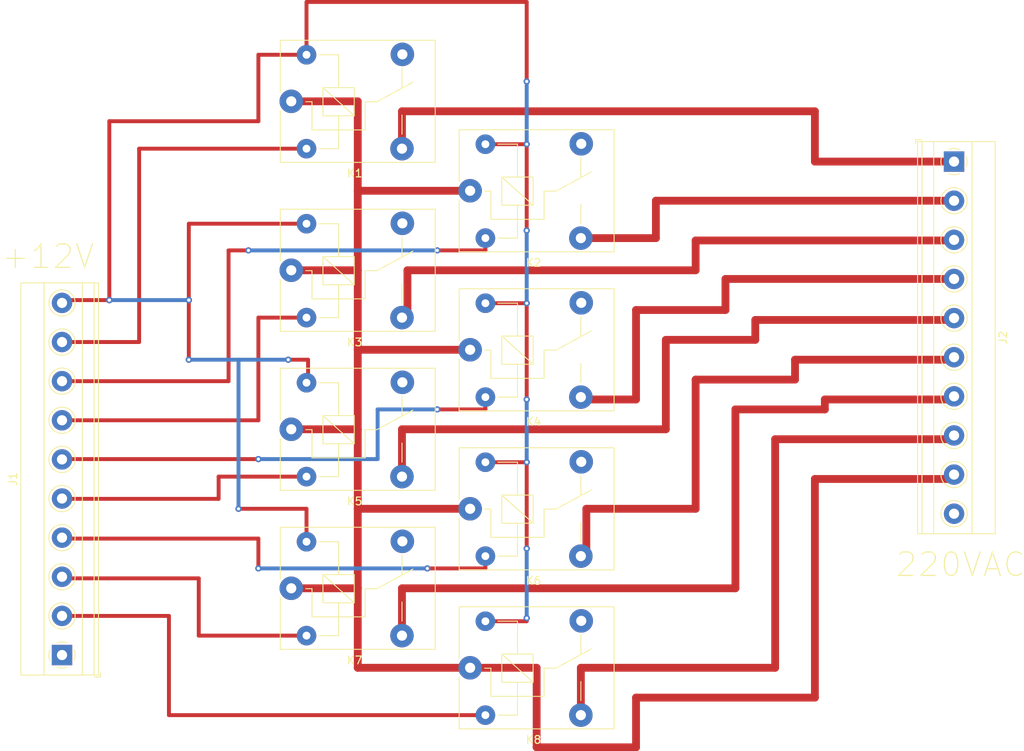
<source format=kicad_pcb>
(kicad_pcb (version 20221018) (generator pcbnew)
  (layers (0 "F.Cu" signal) (31 "B.Cu" signal) (34 "B.Paste" user) (35 "F.Paste" user) (36 "B.SilkS" user "B.Silkscreen") (37 "F.SilkS" user "F.Silkscreen") (38 "B.Mask" user) (39 "F.Mask" user) (44 "Edge.Cuts" user))
  (net 0 "")
  (net 2 "Net-(J1-Pin_2)")
  (net 3 "Net-(J1-Pin_3)")
  (net 4 "Net-(J1-Pin_4)")
  (net 5 "Net-(J1-Pin_5)")
  (net 6 "Net-(J1-Pin_6)")
  (net 7 "Net-(J1-Pin_7)")
  (net 8 "Net-(J1-Pin_8)")
  (net 9 "Net-(J1-Pin_9)")
  (net 10 "Net-(J1-Pin_10)")
  (net 11 "Net-(J2-Pin_1)")
  (net 12 "Net-(J2-Pin_2)")
  (net 13 "Net-(J2-Pin_3)")
  (net 14 "Net-(J2-Pin_4)")
  (net 15 "Net-(J2-Pin_5)")
  (net 16 "Net-(J2-Pin_6)")
  (net 17 "Net-(J2-Pin_7)")
  (net 18 "Net-(J2-Pin_8)")
  (net 19 "Net-(J2-Pin_9)")
  (footprint "Relay_THT:Relay_SPDT_SANYOU_SRD_Series_Form_C" (layer "F.Cu") (at 98.18 97.79)
    (fp_text reference "K6" (at 8.1 9.2) (layer "F.SilkS"))
    (fp_text value "SANYOU_SRD_Form_C")
    (fp_line (start -1.4 -7.8) (end -1.4 -1.2) (stroke (width 0.12)) (layer "F.SilkS"))
    (fp_line (start -1.4 -7.8) (end 18.4 -7.8) (stroke (width 0.12)) (layer "F.SilkS"))
    (fp_line (start -1.4 1.2) (end -1.4 7.8) (stroke (width 0.12)) (layer "F.SilkS"))
    (fp_line (start 2.65 0.05) (end 1.85 0.05) (stroke (width 0.12)) (layer "F.SilkS"))
    (fp_line (start 2.65 0.05) (end 2.65 3.65) (stroke (width 0.12)) (layer "F.SilkS"))
    (fp_line (start 3.55 6.05) (end 6.05 6.05) (stroke (width 0.12)) (layer "F.SilkS"))
    (fp_line (start 4.05 -1.75) (end 8.05 -1.75) (stroke (width 0.12)) (layer "F.SilkS"))
    (fp_line (start 4.05 1.85) (end 4.05 -1.75) (stroke (width 0.12)) (layer "F.SilkS"))
    (fp_line (start 6.05 -5.95) (end 3.55 -5.95) (stroke (width 0.12)) (layer "F.SilkS"))
    (fp_line (start 6.05 -5.95) (end 6.05 -1.75) (stroke (width 0.12)) (layer "F.SilkS"))
    (fp_line (start 6.05 1.85) (end 6.05 6.05) (stroke (width 0.12)) (layer "F.SilkS"))
    (fp_line (start 8.05 -1.75) (end 8.05 1.85) (stroke (width 0.12)) (layer "F.SilkS"))
    (fp_line (start 8.05 1.85) (end 4.05 -1.75) (stroke (width 0.12)) (layer "F.SilkS"))
    (fp_line (start 8.05 1.85) (end 4.05 1.85) (stroke (width 0.12)) (layer "F.SilkS"))
    (fp_line (start 9.45 0.05) (end 9.45 3.65) (stroke (width 0.12)) (layer "F.SilkS"))
    (fp_line (start 9.45 0.05) (end 10.95 0.05) (stroke (width 0.12)) (layer "F.SilkS"))
    (fp_line (start 9.45 3.65) (end 2.65 3.65) (stroke (width 0.12)) (layer "F.SilkS"))
    (fp_line (start 10.95 0.05) (end 15.55 -2.45) (stroke (width 0.12)) (layer "F.SilkS"))
    (fp_line (start 14.15 -4.2) (end 14.15 -1.7) (stroke (width 0.12)) (layer "F.SilkS"))
    (fp_line (start 14.15 4.2) (end 14.15 1.75) (stroke (width 0.12)) (layer "F.SilkS"))
    (fp_line (start 18.4 -7.8) (end 18.4 7.8) (stroke (width 0.12)) (layer "F.SilkS"))
    (fp_line (start 18.4 7.8) (end -1.4 7.8) (stroke (width 0.12)) (layer "F.SilkS"))
    (pad "1" thru_hole circle (at 0 0 90) (size 3 3) (drill 1.3) (layers "*.Cu" "*.Mask") (net 19 "Net-(J2-Pin_9)"))
    (pad "2" thru_hole circle (at 1.95 6.05 90) (size 2.5 2.5) (drill 1) (layers "*.Cu" "*.Mask") (net 4 "Net-(J1-Pin_4)"))
    (pad "3" thru_hole circle (at 14.15 6.05 90) (size 3 3) (drill 1.3) (layers "*.Cu" "*.Mask") (net 16 "Net-(J2-Pin_6)"))
    (pad "4" thru_hole circle (at 14.2 -6 90) (size 3 3) (drill 1.3) (layers "*.Cu" "*.Mask"))
    (pad "5" thru_hole circle (at 1.95 -5.95 90) (size 2.5 2.5) (drill 1) (layers "*.Cu" "*.Mask") (net 10 "Net-(J1-Pin_10)"))
  )
  (footprint "TerminalBlock_Phoenix:TerminalBlock_Phoenix_MKDS-1,5-10_1x10_P5.00mm_Horizontal" (layer "F.Cu") (at 160.02 53.42 -90)
    (fp_text reference "J2" (at 22.5 -6.26 90) (layer "F.SilkS"))
    (fp_text value "Izlaz")
    (fp_line (start -2.8 4.16) (end -2.8 4.9) (stroke (width 0.12)) (layer "F.SilkS"))
    (fp_line (start -2.8 4.9) (end -2.3 4.9) (stroke (width 0.12)) (layer "F.SilkS"))
    (fp_line (start -2.56 -5.261) (end -2.56 4.66) (stroke (width 0.12)) (layer "F.SilkS"))
    (fp_line (start -2.56 -5.261) (end 47.56 -5.261) (stroke (width 0.12)) (layer "F.SilkS"))
    (fp_line (start -2.56 -2.301) (end 47.56 -2.301) (stroke (width 0.12)) (layer "F.SilkS"))
    (fp_line (start -2.56 2.6) (end 47.56 2.6) (stroke (width 0.12)) (layer "F.SilkS"))
    (fp_line (start -2.56 4.1) (end 47.56 4.1) (stroke (width 0.12)) (layer "F.SilkS"))
    (fp_line (start -2.56 4.66) (end 47.56 4.66) (stroke (width 0.12)) (layer "F.SilkS"))
    (fp_line (start 3.773 1.023) (end 3.726 1.069) (stroke (width 0.12)) (layer "F.SilkS"))
    (fp_line (start 3.966 1.239) (end 3.931 1.274) (stroke (width 0.12)) (layer "F.SilkS"))
    (fp_line (start 6.07 -1.275) (end 6.035 -1.239) (stroke (width 0.12)) (layer "F.SilkS"))
    (fp_line (start 6.275 -1.069) (end 6.228 -1.023) (stroke (width 0.12)) (layer "F.SilkS"))
    (fp_line (start 8.773 1.023) (end 8.726 1.069) (stroke (width 0.12)) (layer "F.SilkS"))
    (fp_line (start 8.966 1.239) (end 8.931 1.274) (stroke (width 0.12)) (layer "F.SilkS"))
    (fp_line (start 11.07 -1.275) (end 11.035 -1.239) (stroke (width 0.12)) (layer "F.SilkS"))
    (fp_line (start 11.275 -1.069) (end 11.228 -1.023) (stroke (width 0.12)) (layer "F.SilkS"))
    (fp_line (start 13.773 1.023) (end 13.726 1.069) (stroke (width 0.12)) (layer "F.SilkS"))
    (fp_line (start 13.966 1.239) (end 13.931 1.274) (stroke (width 0.12)) (layer "F.SilkS"))
    (fp_line (start 16.07 -1.275) (end 16.035 -1.239) (stroke (width 0.12)) (layer "F.SilkS"))
    (fp_line (start 16.275 -1.069) (end 16.228 -1.023) (stroke (width 0.12)) (layer "F.SilkS"))
    (fp_line (start 18.773 1.023) (end 18.726 1.069) (stroke (width 0.12)) (layer "F.SilkS"))
    (fp_line (start 18.966 1.239) (end 18.931 1.274) (stroke (width 0.12)) (layer "F.SilkS"))
    (fp_line (start 21.07 -1.275) (end 21.035 -1.239) (stroke (width 0.12)) (layer "F.SilkS"))
    (fp_line (start 21.275 -1.069) (end 21.228 -1.023) (stroke (width 0.12)) (layer "F.SilkS"))
    (fp_line (start 23.773 1.023) (end 23.726 1.069) (stroke (width 0.12)) (layer "F.SilkS"))
    (fp_line (start 23.966 1.239) (end 23.931 1.274) (stroke (width 0.12)) (layer "F.SilkS"))
    (fp_line (start 26.07 -1.275) (end 26.035 -1.239) (stroke (width 0.12)) (layer "F.SilkS"))
    (fp_line (start 26.275 -1.069) (end 26.228 -1.023) (stroke (width 0.12)) (layer "F.SilkS"))
    (fp_line (start 28.773 1.023) (end 28.726 1.069) (stroke (width 0.12)) (layer "F.SilkS"))
    (fp_line (start 28.966 1.239) (end 28.931 1.274) (stroke (width 0.12)) (layer "F.SilkS"))
    (fp_line (start 31.07 -1.275) (end 31.035 -1.239) (stroke (width 0.12)) (layer "F.SilkS"))
    (fp_line (start 31.275 -1.069) (end 31.228 -1.023) (stroke (width 0.12)) (layer "F.SilkS"))
    (fp_line (start 33.773 1.023) (end 33.726 1.069) (stroke (width 0.12)) (layer "F.SilkS"))
    (fp_line (start 33.966 1.239) (end 33.931 1.274) (stroke (width 0.12)) (layer "F.SilkS"))
    (fp_line (start 36.07 -1.275) (end 36.035 -1.239) (stroke (width 0.12)) (layer "F.SilkS"))
    (fp_line (start 36.275 -1.069) (end 36.228 -1.023) (stroke (width 0.12)) (layer "F.SilkS"))
    (fp_line (start 38.773 1.023) (end 38.726 1.069) (stroke (width 0.12)) (layer "F.SilkS"))
    (fp_line (start 38.966 1.239) (end 38.931 1.274) (stroke (width 0.12)) (layer "F.SilkS"))
    (fp_line (start 41.07 -1.275) (end 41.035 -1.239) (stroke (width 0.12)) (layer "F.SilkS"))
    (fp_line (start 41.275 -1.069) (end 41.228 -1.023) (stroke (width 0.12)) (layer "F.SilkS"))
    (fp_line (start 43.773 1.023) (end 43.726 1.069) (stroke (width 0.12)) (layer "F.SilkS"))
    (fp_line (start 43.966 1.239) (end 43.931 1.274) (stroke (width 0.12)) (layer "F.SilkS"))
    (fp_line (start 46.07 -1.275) (end 46.035 -1.239) (stroke (width 0.12)) (layer "F.SilkS"))
    (fp_line (start 46.275 -1.069) (end 46.228 -1.023) (stroke (width 0.12)) (layer "F.SilkS"))
    (fp_line (start 47.56 -5.261) (end 47.56 4.66) (stroke (width 0.12)) (layer "F.SilkS"))
    (fp_arc (start -1.535427 0.683042) (mid -1.680501 -0.000524) (end -1.535 -0.684) (stroke (width 0.12)) (layer "F.SilkS"))
    (fp_arc (start -0.683042 -1.535427) (mid 0.000524 -1.680501) (end 0.684 -1.535) (stroke (width 0.12)) (layer "F.SilkS"))
    (fp_arc (start 0.028805 1.680253) (mid -0.335551 1.646659) (end -0.684 1.535) (stroke (width 0.12)) (layer "F.SilkS"))
    (fp_arc (start 0.683318 1.534756) (mid 0.349292 1.643288) (end 0 1.68) (stroke (width 0.12)) (layer "F.SilkS"))
    (fp_arc (start 1.535427 -0.683042) (mid 1.680501 0.000524) (end 1.535 0.684) (stroke (width 0.12)) (layer "F.SilkS"))
    (fp_circle (center 5 0) (end 6.68 0) (stroke (width 0.12)) (fill none) (layer "F.SilkS"))
    (fp_circle (center 10 0) (end 11.68 0) (stroke (width 0.12)) (fill none) (layer "F.SilkS"))
    (fp_circle (center 15 0) (end 16.68 0) (stroke (width 0.12)) (fill none) (layer "F.SilkS"))
    (fp_circle (center 20 0) (end 21.68 0) (stroke (width 0.12)) (fill none) (layer "F.SilkS"))
    (fp_circle (center 25 0) (end 26.68 0) (stroke (width 0.12)) (fill none) (layer "F.SilkS"))
    (fp_circle (center 30 0) (end 31.68 0) (stroke (width 0.12)) (fill none) (layer "F.SilkS"))
    (fp_circle (center 35 0) (end 36.68 0) (stroke (width 0.12)) (fill none) (layer "F.SilkS"))
    (fp_circle (center 40 0) (end 41.68 0) (stroke (width 0.12)) (fill none) (layer "F.SilkS"))
    (fp_circle (center 45 0) (end 46.68 0) (stroke (width 0.12)) (fill none) (layer "F.SilkS"))
    (pad "1" thru_hole rect (at 0 0 270) (size 2.6 2.6) (drill 1.3) (layers "*.Cu" "*.Mask") (net 11 "Net-(J2-Pin_1)"))
    (pad "2" thru_hole circle (at 5 0 270) (size 2.6 2.6) (drill 1.3) (layers "*.Cu" "*.Mask") (net 12 "Net-(J2-Pin_2)"))
    (pad "3" thru_hole circle (at 10 0 270) (size 2.6 2.6) (drill 1.3) (layers "*.Cu" "*.Mask") (net 13 "Net-(J2-Pin_3)"))
    (pad "4" thru_hole circle (at 15 0 270) (size 2.6 2.6) (drill 1.3) (layers "*.Cu" "*.Mask") (net 14 "Net-(J2-Pin_4)"))
    (pad "5" thru_hole circle (at 20 0 270) (size 2.6 2.6) (drill 1.3) (layers "*.Cu" "*.Mask") (net 15 "Net-(J2-Pin_5)"))
    (pad "6" thru_hole circle (at 25 0 270) (size 2.6 2.6) (drill 1.3) (layers "*.Cu" "*.Mask") (net 16 "Net-(J2-Pin_6)"))
    (pad "7" thru_hole circle (at 30 0 270) (size 2.6 2.6) (drill 1.3) (layers "*.Cu" "*.Mask") (net 17 "Net-(J2-Pin_7)"))
    (pad "8" thru_hole circle (at 35 0 270) (size 2.6 2.6) (drill 1.3) (layers "*.Cu" "*.Mask") (net 18 "Net-(J2-Pin_8)"))
    (pad "9" thru_hole circle (at 40 0 270) (size 2.6 2.6) (drill 1.3) (layers "*.Cu" "*.Mask") (net 19 "Net-(J2-Pin_9)"))
    (pad "10" thru_hole circle (at 45 0 270) (size 2.6 2.6) (drill 1.3) (layers "*.Cu" "*.Mask"))
  )
  (footprint "Relay_THT:Relay_SPDT_SANYOU_SRD_Series_Form_C" (layer "F.Cu") (at 98.18 118.11)
    (fp_text reference "K8" (at 8.1 9.2) (layer "F.SilkS"))
    (fp_text value "SANYOU_SRD_Form_C")
    (fp_line (start -1.4 -7.8) (end -1.4 -1.2) (stroke (width 0.12)) (layer "F.SilkS"))
    (fp_line (start -1.4 -7.8) (end 18.4 -7.8) (stroke (width 0.12)) (layer "F.SilkS"))
    (fp_line (start -1.4 1.2) (end -1.4 7.8) (stroke (width 0.12)) (layer "F.SilkS"))
    (fp_line (start 2.65 0.05) (end 1.85 0.05) (stroke (width 0.12)) (layer "F.SilkS"))
    (fp_line (start 2.65 0.05) (end 2.65 3.65) (stroke (width 0.12)) (layer "F.SilkS"))
    (fp_line (start 3.55 6.05) (end 6.05 6.05) (stroke (width 0.12)) (layer "F.SilkS"))
    (fp_line (start 4.05 -1.75) (end 8.05 -1.75) (stroke (width 0.12)) (layer "F.SilkS"))
    (fp_line (start 4.05 1.85) (end 4.05 -1.75) (stroke (width 0.12)) (layer "F.SilkS"))
    (fp_line (start 6.05 -5.95) (end 3.55 -5.95) (stroke (width 0.12)) (layer "F.SilkS"))
    (fp_line (start 6.05 -5.95) (end 6.05 -1.75) (stroke (width 0.12)) (layer "F.SilkS"))
    (fp_line (start 6.05 1.85) (end 6.05 6.05) (stroke (width 0.12)) (layer "F.SilkS"))
    (fp_line (start 8.05 -1.75) (end 8.05 1.85) (stroke (width 0.12)) (layer "F.SilkS"))
    (fp_line (start 8.05 1.85) (end 4.05 -1.75) (stroke (width 0.12)) (layer "F.SilkS"))
    (fp_line (start 8.05 1.85) (end 4.05 1.85) (stroke (width 0.12)) (layer "F.SilkS"))
    (fp_line (start 9.45 0.05) (end 9.45 3.65) (stroke (width 0.12)) (layer "F.SilkS"))
    (fp_line (start 9.45 0.05) (end 10.95 0.05) (stroke (width 0.12)) (layer "F.SilkS"))
    (fp_line (start 9.45 3.65) (end 2.65 3.65) (stroke (width 0.12)) (layer "F.SilkS"))
    (fp_line (start 10.95 0.05) (end 15.55 -2.45) (stroke (width 0.12)) (layer "F.SilkS"))
    (fp_line (start 14.15 -4.2) (end 14.15 -1.7) (stroke (width 0.12)) (layer "F.SilkS"))
    (fp_line (start 14.15 4.2) (end 14.15 1.75) (stroke (width 0.12)) (layer "F.SilkS"))
    (fp_line (start 18.4 -7.8) (end 18.4 7.8) (stroke (width 0.12)) (layer "F.SilkS"))
    (fp_line (start 18.4 7.8) (end -1.4 7.8) (stroke (width 0.12)) (layer "F.SilkS"))
    (pad "1" thru_hole circle (at 0 0 90) (size 3 3) (drill 1.3) (layers "*.Cu" "*.Mask") (net 19 "Net-(J2-Pin_9)"))
    (pad "2" thru_hole circle (at 1.95 6.05 90) (size 2.5 2.5) (drill 1) (layers "*.Cu" "*.Mask") (net 2 "Net-(J1-Pin_2)"))
    (pad "3" thru_hole circle (at 14.15 6.05 90) (size 3 3) (drill 1.3) (layers "*.Cu" "*.Mask") (net 18 "Net-(J2-Pin_8)"))
    (pad "4" thru_hole circle (at 14.2 -6 90) (size 3 3) (drill 1.3) (layers "*.Cu" "*.Mask"))
    (pad "5" thru_hole circle (at 1.95 -5.95 90) (size 2.5 2.5) (drill 1) (layers "*.Cu" "*.Mask") (net 10 "Net-(J1-Pin_10)"))
  )
  (footprint "Relay_THT:Relay_SPDT_SANYOU_SRD_Series_Form_C" (layer "F.Cu") (at 75.32 67.31)
    (fp_text reference "K3" (at 8.1 9.2) (layer "F.SilkS"))
    (fp_text value "SANYOU_SRD_Form_C")
    (fp_line (start -1.4 -7.8) (end -1.4 -1.2) (stroke (width 0.12)) (layer "F.SilkS"))
    (fp_line (start -1.4 -7.8) (end 18.4 -7.8) (stroke (width 0.12)) (layer "F.SilkS"))
    (fp_line (start -1.4 1.2) (end -1.4 7.8) (stroke (width 0.12)) (layer "F.SilkS"))
    (fp_line (start 2.65 0.05) (end 1.85 0.05) (stroke (width 0.12)) (layer "F.SilkS"))
    (fp_line (start 2.65 0.05) (end 2.65 3.65) (stroke (width 0.12)) (layer "F.SilkS"))
    (fp_line (start 3.55 6.05) (end 6.05 6.05) (stroke (width 0.12)) (layer "F.SilkS"))
    (fp_line (start 4.05 -1.75) (end 8.05 -1.75) (stroke (width 0.12)) (layer "F.SilkS"))
    (fp_line (start 4.05 1.85) (end 4.05 -1.75) (stroke (width 0.12)) (layer "F.SilkS"))
    (fp_line (start 6.05 -5.95) (end 3.55 -5.95) (stroke (width 0.12)) (layer "F.SilkS"))
    (fp_line (start 6.05 -5.95) (end 6.05 -1.75) (stroke (width 0.12)) (layer "F.SilkS"))
    (fp_line (start 6.05 1.85) (end 6.05 6.05) (stroke (width 0.12)) (layer "F.SilkS"))
    (fp_line (start 8.05 -1.75) (end 8.05 1.85) (stroke (width 0.12)) (layer "F.SilkS"))
    (fp_line (start 8.05 1.85) (end 4.05 -1.75) (stroke (width 0.12)) (layer "F.SilkS"))
    (fp_line (start 8.05 1.85) (end 4.05 1.85) (stroke (width 0.12)) (layer "F.SilkS"))
    (fp_line (start 9.45 0.05) (end 9.45 3.65) (stroke (width 0.12)) (layer "F.SilkS"))
    (fp_line (start 9.45 0.05) (end 10.95 0.05) (stroke (width 0.12)) (layer "F.SilkS"))
    (fp_line (start 9.45 3.65) (end 2.65 3.65) (stroke (width 0.12)) (layer "F.SilkS"))
    (fp_line (start 10.95 0.05) (end 15.55 -2.45) (stroke (width 0.12)) (layer "F.SilkS"))
    (fp_line (start 14.15 -4.2) (end 14.15 -1.7) (stroke (width 0.12)) (layer "F.SilkS"))
    (fp_line (start 14.15 4.2) (end 14.15 1.75) (stroke (width 0.12)) (layer "F.SilkS"))
    (fp_line (start 18.4 -7.8) (end 18.4 7.8) (stroke (width 0.12)) (layer "F.SilkS"))
    (fp_line (start 18.4 7.8) (end -1.4 7.8) (stroke (width 0.12)) (layer "F.SilkS"))
    (pad "1" thru_hole circle (at 0 0 90) (size 3 3) (drill 1.3) (layers "*.Cu" "*.Mask") (net 19 "Net-(J2-Pin_9)"))
    (pad "2" thru_hole circle (at 1.95 6.05 90) (size 2.5 2.5) (drill 1) (layers "*.Cu" "*.Mask") (net 7 "Net-(J1-Pin_7)"))
    (pad "3" thru_hole circle (at 14.15 6.05 90) (size 3 3) (drill 1.3) (layers "*.Cu" "*.Mask") (net 13 "Net-(J2-Pin_3)"))
    (pad "4" thru_hole circle (at 14.2 -6 90) (size 3 3) (drill 1.3) (layers "*.Cu" "*.Mask"))
    (pad "5" thru_hole circle (at 1.95 -5.95 90) (size 2.5 2.5) (drill 1) (layers "*.Cu" "*.Mask") (net 10 "Net-(J1-Pin_10)"))
  )
  (footprint "TerminalBlock_Phoenix:TerminalBlock_Phoenix_MKDS-1,5-10_1x10_P5.00mm_Horizontal" (layer "F.Cu") (at 46.025 116.48 90)
    (fp_text reference "J1" (at 22.5 -6.26 90) (layer "F.SilkS"))
    (fp_text value "Ulaz")
    (fp_line (start -2.8 4.16) (end -2.8 4.9) (stroke (width 0.12)) (layer "F.SilkS"))
    (fp_line (start -2.8 4.9) (end -2.3 4.9) (stroke (width 0.12)) (layer "F.SilkS"))
    (fp_line (start -2.56 -5.261) (end -2.56 4.66) (stroke (width 0.12)) (layer "F.SilkS"))
    (fp_line (start -2.56 -5.261) (end 47.56 -5.261) (stroke (width 0.12)) (layer "F.SilkS"))
    (fp_line (start -2.56 -2.301) (end 47.56 -2.301) (stroke (width 0.12)) (layer "F.SilkS"))
    (fp_line (start -2.56 2.6) (end 47.56 2.6) (stroke (width 0.12)) (layer "F.SilkS"))
    (fp_line (start -2.56 4.1) (end 47.56 4.1) (stroke (width 0.12)) (layer "F.SilkS"))
    (fp_line (start -2.56 4.66) (end 47.56 4.66) (stroke (width 0.12)) (layer "F.SilkS"))
    (fp_line (start 3.773 1.023) (end 3.726 1.069) (stroke (width 0.12)) (layer "F.SilkS"))
    (fp_line (start 3.966 1.239) (end 3.931 1.274) (stroke (width 0.12)) (layer "F.SilkS"))
    (fp_line (start 6.07 -1.275) (end 6.035 -1.239) (stroke (width 0.12)) (layer "F.SilkS"))
    (fp_line (start 6.275 -1.069) (end 6.228 -1.023) (stroke (width 0.12)) (layer "F.SilkS"))
    (fp_line (start 8.773 1.023) (end 8.726 1.069) (stroke (width 0.12)) (layer "F.SilkS"))
    (fp_line (start 8.966 1.239) (end 8.931 1.274) (stroke (width 0.12)) (layer "F.SilkS"))
    (fp_line (start 11.07 -1.275) (end 11.035 -1.239) (stroke (width 0.12)) (layer "F.SilkS"))
    (fp_line (start 11.275 -1.069) (end 11.228 -1.023) (stroke (width 0.12)) (layer "F.SilkS"))
    (fp_line (start 13.773 1.023) (end 13.726 1.069) (stroke (width 0.12)) (layer "F.SilkS"))
    (fp_line (start 13.966 1.239) (end 13.931 1.274) (stroke (width 0.12)) (layer "F.SilkS"))
    (fp_line (start 16.07 -1.275) (end 16.035 -1.239) (stroke (width 0.12)) (layer "F.SilkS"))
    (fp_line (start 16.275 -1.069) (end 16.228 -1.023) (stroke (width 0.12)) (layer "F.SilkS"))
    (fp_line (start 18.773 1.023) (end 18.726 1.069) (stroke (width 0.12)) (layer "F.SilkS"))
    (fp_line (start 18.966 1.239) (end 18.931 1.274) (stroke (width 0.12)) (layer "F.SilkS"))
    (fp_line (start 21.07 -1.275) (end 21.035 -1.239) (stroke (width 0.12)) (layer "F.SilkS"))
    (fp_line (start 21.275 -1.069) (end 21.228 -1.023) (stroke (width 0.12)) (layer "F.SilkS"))
    (fp_line (start 23.773 1.023) (end 23.726 1.069) (stroke (width 0.12)) (layer "F.SilkS"))
    (fp_line (start 23.966 1.239) (end 23.931 1.274) (stroke (width 0.12)) (layer "F.SilkS"))
    (fp_line (start 26.07 -1.275) (end 26.035 -1.239) (stroke (width 0.12)) (layer "F.SilkS"))
    (fp_line (start 26.275 -1.069) (end 26.228 -1.023) (stroke (width 0.12)) (layer "F.SilkS"))
    (fp_line (start 28.773 1.023) (end 28.726 1.069) (stroke (width 0.12)) (layer "F.SilkS"))
    (fp_line (start 28.966 1.239) (end 28.931 1.274) (stroke (width 0.12)) (layer "F.SilkS"))
    (fp_line (start 31.07 -1.275) (end 31.035 -1.239) (stroke (width 0.12)) (layer "F.SilkS"))
    (fp_line (start 31.275 -1.069) (end 31.228 -1.023) (stroke (width 0.12)) (layer "F.SilkS"))
    (fp_line (start 33.773 1.023) (end 33.726 1.069) (stroke (width 0.12)) (layer "F.SilkS"))
    (fp_line (start 33.966 1.239) (end 33.931 1.274) (stroke (width 0.12)) (layer "F.SilkS"))
    (fp_line (start 36.07 -1.275) (end 36.035 -1.239) (stroke (width 0.12)) (layer "F.SilkS"))
    (fp_line (start 36.275 -1.069) (end 36.228 -1.023) (stroke (width 0.12)) (layer "F.SilkS"))
    (fp_line (start 38.773 1.023) (end 38.726 1.069) (stroke (width 0.12)) (layer "F.SilkS"))
    (fp_line (start 38.966 1.239) (end 38.931 1.274) (stroke (width 0.12)) (layer "F.SilkS"))
    (fp_line (start 41.07 -1.275) (end 41.035 -1.239) (stroke (width 0.12)) (layer "F.SilkS"))
    (fp_line (start 41.275 -1.069) (end 41.228 -1.023) (stroke (width 0.12)) (layer "F.SilkS"))
    (fp_line (start 43.773 1.023) (end 43.726 1.069) (stroke (width 0.12)) (layer "F.SilkS"))
    (fp_line (start 43.966 1.239) (end 43.931 1.274) (stroke (width 0.12)) (layer "F.SilkS"))
    (fp_line (start 46.07 -1.275) (end 46.035 -1.239) (stroke (width 0.12)) (layer "F.SilkS"))
    (fp_line (start 46.275 -1.069) (end 46.228 -1.023) (stroke (width 0.12)) (layer "F.SilkS"))
    (fp_line (start 47.56 -5.261) (end 47.56 4.66) (stroke (width 0.12)) (layer "F.SilkS"))
    (fp_arc (start -1.535427 0.683042) (mid -1.680501 -0.000524) (end -1.535 -0.684) (stroke (width 0.12)) (layer "F.SilkS"))
    (fp_arc (start -0.683042 -1.535427) (mid 0.000524 -1.680501) (end 0.684 -1.535) (stroke (width 0.12)) (layer "F.SilkS"))
    (fp_arc (start 0.028805 1.680253) (mid -0.335551 1.646659) (end -0.684 1.535) (stroke (width 0.12)) (layer "F.SilkS"))
    (fp_arc (start 0.683318 1.534756) (mid 0.349292 1.643288) (end 0 1.68) (stroke (width 0.12)) (layer "F.SilkS"))
    (fp_arc (start 1.535427 -0.683042) (mid 1.680501 0.000524) (end 1.535 0.684) (stroke (width 0.12)) (layer "F.SilkS"))
    (fp_circle (center 5 0) (end 6.68 0) (stroke (width 0.12)) (fill none) (layer "F.SilkS"))
    (fp_circle (center 10 0) (end 11.68 0) (stroke (width 0.12)) (fill none) (layer "F.SilkS"))
    (fp_circle (center 15 0) (end 16.68 0) (stroke (width 0.12)) (fill none) (layer "F.SilkS"))
    (fp_circle (center 20 0) (end 21.68 0) (stroke (width 0.12)) (fill none) (layer "F.SilkS"))
    (fp_circle (center 25 0) (end 26.68 0) (stroke (width 0.12)) (fill none) (layer "F.SilkS"))
    (fp_circle (center 30 0) (end 31.68 0) (stroke (width 0.12)) (fill none) (layer "F.SilkS"))
    (fp_circle (center 35 0) (end 36.68 0) (stroke (width 0.12)) (fill none) (layer "F.SilkS"))
    (fp_circle (center 40 0) (end 41.68 0) (stroke (width 0.12)) (fill none) (layer "F.SilkS"))
    (fp_circle (center 45 0) (end 46.68 0) (stroke (width 0.12)) (fill none) (layer "F.SilkS"))
    (pad "1" thru_hole rect (at 0 0 90) (size 2.6 2.6) (drill 1.3) (layers "*.Cu" "*.Mask"))
    (pad "2" thru_hole circle (at 5 0 90) (size 2.6 2.6) (drill 1.3) (layers "*.Cu" "*.Mask") (net 2 "Net-(J1-Pin_2)"))
    (pad "3" thru_hole circle (at 10 0 90) (size 2.6 2.6) (drill 1.3) (layers "*.Cu" "*.Mask") (net 3 "Net-(J1-Pin_3)"))
    (pad "4" thru_hole circle (at 15 0 90) (size 2.6 2.6) (drill 1.3) (layers "*.Cu" "*.Mask") (net 4 "Net-(J1-Pin_4)"))
    (pad "5" thru_hole circle (at 20 0 90) (size 2.6 2.6) (drill 1.3) (layers "*.Cu" "*.Mask") (net 5 "Net-(J1-Pin_5)"))
    (pad "6" thru_hole circle (at 25 0 90) (size 2.6 2.6) (drill 1.3) (layers "*.Cu" "*.Mask") (net 6 "Net-(J1-Pin_6)"))
    (pad "7" thru_hole circle (at 30 0 90) (size 2.6 2.6) (drill 1.3) (layers "*.Cu" "*.Mask") (net 7 "Net-(J1-Pin_7)"))
    (pad "8" thru_hole circle (at 35 0 90) (size 2.6 2.6) (drill 1.3) (layers "*.Cu" "*.Mask") (net 8 "Net-(J1-Pin_8)"))
    (pad "9" thru_hole circle (at 40 0 90) (size 2.6 2.6) (drill 1.3) (layers "*.Cu" "*.Mask") (net 9 "Net-(J1-Pin_9)"))
    (pad "10" thru_hole circle (at 45 0 90) (size 2.6 2.6) (drill 1.3) (layers "*.Cu" "*.Mask") (net 10 "Net-(J1-Pin_10)"))
  )
  (footprint "Relay_THT:Relay_SPDT_SANYOU_SRD_Series_Form_C" (layer "F.Cu") (at 75.32 87.63)
    (fp_text reference "K5" (at 8.1 9.2) (layer "F.SilkS"))
    (fp_text value "SANYOU_SRD_Form_C")
    (fp_line (start -1.4 -7.8) (end -1.4 -1.2) (stroke (width 0.12)) (layer "F.SilkS"))
    (fp_line (start -1.4 -7.8) (end 18.4 -7.8) (stroke (width 0.12)) (layer "F.SilkS"))
    (fp_line (start -1.4 1.2) (end -1.4 7.8) (stroke (width 0.12)) (layer "F.SilkS"))
    (fp_line (start 2.65 0.05) (end 1.85 0.05) (stroke (width 0.12)) (layer "F.SilkS"))
    (fp_line (start 2.65 0.05) (end 2.65 3.65) (stroke (width 0.12)) (layer "F.SilkS"))
    (fp_line (start 3.55 6.05) (end 6.05 6.05) (stroke (width 0.12)) (layer "F.SilkS"))
    (fp_line (start 4.05 -1.75) (end 8.05 -1.75) (stroke (width 0.12)) (layer "F.SilkS"))
    (fp_line (start 4.05 1.85) (end 4.05 -1.75) (stroke (width 0.12)) (layer "F.SilkS"))
    (fp_line (start 6.05 -5.95) (end 3.55 -5.95) (stroke (width 0.12)) (layer "F.SilkS"))
    (fp_line (start 6.05 -5.95) (end 6.05 -1.75) (stroke (width 0.12)) (layer "F.SilkS"))
    (fp_line (start 6.05 1.85) (end 6.05 6.05) (stroke (width 0.12)) (layer "F.SilkS"))
    (fp_line (start 8.05 -1.75) (end 8.05 1.85) (stroke (width 0.12)) (layer "F.SilkS"))
    (fp_line (start 8.05 1.85) (end 4.05 -1.75) (stroke (width 0.12)) (layer "F.SilkS"))
    (fp_line (start 8.05 1.85) (end 4.05 1.85) (stroke (width 0.12)) (layer "F.SilkS"))
    (fp_line (start 9.45 0.05) (end 9.45 3.65) (stroke (width 0.12)) (layer "F.SilkS"))
    (fp_line (start 9.45 0.05) (end 10.95 0.05) (stroke (width 0.12)) (layer "F.SilkS"))
    (fp_line (start 9.45 3.65) (end 2.65 3.65) (stroke (width 0.12)) (layer "F.SilkS"))
    (fp_line (start 10.95 0.05) (end 15.55 -2.45) (stroke (width 0.12)) (layer "F.SilkS"))
    (fp_line (start 14.15 -4.2) (end 14.15 -1.7) (stroke (width 0.12)) (layer "F.SilkS"))
    (fp_line (start 14.15 4.2) (end 14.15 1.75) (stroke (width 0.12)) (layer "F.SilkS"))
    (fp_line (start 18.4 -7.8) (end 18.4 7.8) (stroke (width 0.12)) (layer "F.SilkS"))
    (fp_line (start 18.4 7.8) (end -1.4 7.8) (stroke (width 0.12)) (layer "F.SilkS"))
    (pad "1" thru_hole circle (at 0 0 90) (size 3 3) (drill 1.3) (layers "*.Cu" "*.Mask") (net 19 "Net-(J2-Pin_9)"))
    (pad "2" thru_hole circle (at 1.95 6.05 90) (size 2.5 2.5) (drill 1) (layers "*.Cu" "*.Mask") (net 5 "Net-(J1-Pin_5)"))
    (pad "3" thru_hole circle (at 14.15 6.05 90) (size 3 3) (drill 1.3) (layers "*.Cu" "*.Mask") (net 15 "Net-(J2-Pin_5)"))
    (pad "4" thru_hole circle (at 14.2 -6 90) (size 3 3) (drill 1.3) (layers "*.Cu" "*.Mask"))
    (pad "5" thru_hole circle (at 1.95 -5.95 90) (size 2.5 2.5) (drill 1) (layers "*.Cu" "*.Mask") (net 10 "Net-(J1-Pin_10)"))
  )
  (footprint "Relay_THT:Relay_SPDT_SANYOU_SRD_Series_Form_C" (layer "F.Cu") (at 75.32 45.72)
    (fp_text reference "K1" (at 8.1 9.2) (layer "F.SilkS"))
    (fp_text value "SANYOU_SRD_Form_C")
    (fp_line (start -1.4 -7.8) (end -1.4 -1.2) (stroke (width 0.12)) (layer "F.SilkS"))
    (fp_line (start -1.4 -7.8) (end 18.4 -7.8) (stroke (width 0.12)) (layer "F.SilkS"))
    (fp_line (start -1.4 1.2) (end -1.4 7.8) (stroke (width 0.12)) (layer "F.SilkS"))
    (fp_line (start 2.65 0.05) (end 1.85 0.05) (stroke (width 0.12)) (layer "F.SilkS"))
    (fp_line (start 2.65 0.05) (end 2.65 3.65) (stroke (width 0.12)) (layer "F.SilkS"))
    (fp_line (start 3.55 6.05) (end 6.05 6.05) (stroke (width 0.12)) (layer "F.SilkS"))
    (fp_line (start 4.05 -1.75) (end 8.05 -1.75) (stroke (width 0.12)) (layer "F.SilkS"))
    (fp_line (start 4.05 1.85) (end 4.05 -1.75) (stroke (width 0.12)) (layer "F.SilkS"))
    (fp_line (start 6.05 -5.95) (end 3.55 -5.95) (stroke (width 0.12)) (layer "F.SilkS"))
    (fp_line (start 6.05 -5.95) (end 6.05 -1.75) (stroke (width 0.12)) (layer "F.SilkS"))
    (fp_line (start 6.05 1.85) (end 6.05 6.05) (stroke (width 0.12)) (layer "F.SilkS"))
    (fp_line (start 8.05 -1.75) (end 8.05 1.85) (stroke (width 0.12)) (layer "F.SilkS"))
    (fp_line (start 8.05 1.85) (end 4.05 -1.75) (stroke (width 0.12)) (layer "F.SilkS"))
    (fp_line (start 8.05 1.85) (end 4.05 1.85) (stroke (width 0.12)) (layer "F.SilkS"))
    (fp_line (start 9.45 0.05) (end 9.45 3.65) (stroke (width 0.12)) (layer "F.SilkS"))
    (fp_line (start 9.45 0.05) (end 10.95 0.05) (stroke (width 0.12)) (layer "F.SilkS"))
    (fp_line (start 9.45 3.65) (end 2.65 3.65) (stroke (width 0.12)) (layer "F.SilkS"))
    (fp_line (start 10.95 0.05) (end 15.55 -2.45) (stroke (width 0.12)) (layer "F.SilkS"))
    (fp_line (start 14.15 -4.2) (end 14.15 -1.7) (stroke (width 0.12)) (layer "F.SilkS"))
    (fp_line (start 14.15 4.2) (end 14.15 1.75) (stroke (width 0.12)) (layer "F.SilkS"))
    (fp_line (start 18.4 -7.8) (end 18.4 7.8) (stroke (width 0.12)) (layer "F.SilkS"))
    (fp_line (start 18.4 7.8) (end -1.4 7.8) (stroke (width 0.12)) (layer "F.SilkS"))
    (pad "1" thru_hole circle (at 0 0 90) (size 3 3) (drill 1.3) (layers "*.Cu" "*.Mask") (net 19 "Net-(J2-Pin_9)"))
    (pad "2" thru_hole circle (at 1.95 6.05 90) (size 2.5 2.5) (drill 1) (layers "*.Cu" "*.Mask") (net 9 "Net-(J1-Pin_9)"))
    (pad "3" thru_hole circle (at 14.15 6.05 90) (size 3 3) (drill 1.3) (layers "*.Cu" "*.Mask") (net 11 "Net-(J2-Pin_1)"))
    (pad "4" thru_hole circle (at 14.2 -6 90) (size 3 3) (drill 1.3) (layers "*.Cu" "*.Mask"))
    (pad "5" thru_hole circle (at 1.95 -5.95 90) (size 2.5 2.5) (drill 1) (layers "*.Cu" "*.Mask") (net 10 "Net-(J1-Pin_10)"))
  )
  (footprint "Relay_THT:Relay_SPDT_SANYOU_SRD_Series_Form_C" (layer "F.Cu") (at 98.18 57.15)
    (fp_text reference "K2" (at 8.1 9.2) (layer "F.SilkS"))
    (fp_text value "SANYOU_SRD_Form_C")
    (fp_line (start -1.4 -7.8) (end -1.4 -1.2) (stroke (width 0.12)) (layer "F.SilkS"))
    (fp_line (start -1.4 -7.8) (end 18.4 -7.8) (stroke (width 0.12)) (layer "F.SilkS"))
    (fp_line (start -1.4 1.2) (end -1.4 7.8) (stroke (width 0.12)) (layer "F.SilkS"))
    (fp_line (start 2.65 0.05) (end 1.85 0.05) (stroke (width 0.12)) (layer "F.SilkS"))
    (fp_line (start 2.65 0.05) (end 2.65 3.65) (stroke (width 0.12)) (layer "F.SilkS"))
    (fp_line (start 3.55 6.05) (end 6.05 6.05) (stroke (width 0.12)) (layer "F.SilkS"))
    (fp_line (start 4.05 -1.75) (end 8.05 -1.75) (stroke (width 0.12)) (layer "F.SilkS"))
    (fp_line (start 4.05 1.85) (end 4.05 -1.75) (stroke (width 0.12)) (layer "F.SilkS"))
    (fp_line (start 6.05 -5.95) (end 3.55 -5.95) (stroke (width 0.12)) (layer "F.SilkS"))
    (fp_line (start 6.05 -5.95) (end 6.05 -1.75) (stroke (width 0.12)) (layer "F.SilkS"))
    (fp_line (start 6.05 1.85) (end 6.05 6.05) (stroke (width 0.12)) (layer "F.SilkS"))
    (fp_line (start 8.05 -1.75) (end 8.05 1.85) (stroke (width 0.12)) (layer "F.SilkS"))
    (fp_line (start 8.05 1.85) (end 4.05 -1.75) (stroke (width 0.12)) (layer "F.SilkS"))
    (fp_line (start 8.05 1.85) (end 4.05 1.85) (stroke (width 0.12)) (layer "F.SilkS"))
    (fp_line (start 9.45 0.05) (end 9.45 3.65) (stroke (width 0.12)) (layer "F.SilkS"))
    (fp_line (start 9.45 0.05) (end 10.95 0.05) (stroke (width 0.12)) (layer "F.SilkS"))
    (fp_line (start 9.45 3.65) (end 2.65 3.65) (stroke (width 0.12)) (layer "F.SilkS"))
    (fp_line (start 10.95 0.05) (end 15.55 -2.45) (stroke (width 0.12)) (layer "F.SilkS"))
    (fp_line (start 14.15 -4.2) (end 14.15 -1.7) (stroke (width 0.12)) (layer "F.SilkS"))
    (fp_line (start 14.15 4.2) (end 14.15 1.75) (stroke (width 0.12)) (layer "F.SilkS"))
    (fp_line (start 18.4 -7.8) (end 18.4 7.8) (stroke (width 0.12)) (layer "F.SilkS"))
    (fp_line (start 18.4 7.8) (end -1.4 7.8) (stroke (width 0.12)) (layer "F.SilkS"))
    (pad "1" thru_hole circle (at 0 0 90) (size 3 3) (drill 1.3) (layers "*.Cu" "*.Mask") (net 19 "Net-(J2-Pin_9)"))
    (pad "2" thru_hole circle (at 1.95 6.05 90) (size 2.5 2.5) (drill 1) (layers "*.Cu" "*.Mask") (net 8 "Net-(J1-Pin_8)"))
    (pad "3" thru_hole circle (at 14.15 6.05 90) (size 3 3) (drill 1.3) (layers "*.Cu" "*.Mask") (net 12 "Net-(J2-Pin_2)"))
    (pad "4" thru_hole circle (at 14.2 -6 90) (size 3 3) (drill 1.3) (layers "*.Cu" "*.Mask"))
    (pad "5" thru_hole circle (at 1.95 -5.95 90) (size 2.5 2.5) (drill 1) (layers "*.Cu" "*.Mask") (net 10 "Net-(J1-Pin_10)"))
  )
  (footprint "Relay_THT:Relay_SPDT_SANYOU_SRD_Series_Form_C" (layer "F.Cu") (at 75.32 107.95)
    (fp_text reference "K7" (at 8.1 9.2) (layer "F.SilkS"))
    (fp_text value "SANYOU_SRD_Form_C")
    (fp_line (start -1.4 -7.8) (end -1.4 -1.2) (stroke (width 0.12)) (layer "F.SilkS"))
    (fp_line (start -1.4 -7.8) (end 18.4 -7.8) (stroke (width 0.12)) (layer "F.SilkS"))
    (fp_line (start -1.4 1.2) (end -1.4 7.8) (stroke (width 0.12)) (layer "F.SilkS"))
    (fp_line (start 2.65 0.05) (end 1.85 0.05) (stroke (width 0.12)) (layer "F.SilkS"))
    (fp_line (start 2.65 0.05) (end 2.65 3.65) (stroke (width 0.12)) (layer "F.SilkS"))
    (fp_line (start 3.55 6.05) (end 6.05 6.05) (stroke (width 0.12)) (layer "F.SilkS"))
    (fp_line (start 4.05 -1.75) (end 8.05 -1.75) (stroke (width 0.12)) (layer "F.SilkS"))
    (fp_line (start 4.05 1.85) (end 4.05 -1.75) (stroke (width 0.12)) (layer "F.SilkS"))
    (fp_line (start 6.05 -5.95) (end 3.55 -5.95) (stroke (width 0.12)) (layer "F.SilkS"))
    (fp_line (start 6.05 -5.95) (end 6.05 -1.75) (stroke (width 0.12)) (layer "F.SilkS"))
    (fp_line (start 6.05 1.85) (end 6.05 6.05) (stroke (width 0.12)) (layer "F.SilkS"))
    (fp_line (start 8.05 -1.75) (end 8.05 1.85) (stroke (width 0.12)) (layer "F.SilkS"))
    (fp_line (start 8.05 1.85) (end 4.05 -1.75) (stroke (width 0.12)) (layer "F.SilkS"))
    (fp_line (start 8.05 1.85) (end 4.05 1.85) (stroke (width 0.12)) (layer "F.SilkS"))
    (fp_line (start 9.45 0.05) (end 9.45 3.65) (stroke (width 0.12)) (layer "F.SilkS"))
    (fp_line (start 9.45 0.05) (end 10.95 0.05) (stroke (width 0.12)) (layer "F.SilkS"))
    (fp_line (start 9.45 3.65) (end 2.65 3.65) (stroke (width 0.12)) (layer "F.SilkS"))
    (fp_line (start 10.95 0.05) (end 15.55 -2.45) (stroke (width 0.12)) (layer "F.SilkS"))
    (fp_line (start 14.15 -4.2) (end 14.15 -1.7) (stroke (width 0.12)) (layer "F.SilkS"))
    (fp_line (start 14.15 4.2) (end 14.15 1.75) (stroke (width 0.12)) (layer "F.SilkS"))
    (fp_line (start 18.4 -7.8) (end 18.4 7.8) (stroke (width 0.12)) (layer "F.SilkS"))
    (fp_line (start 18.4 7.8) (end -1.4 7.8) (stroke (width 0.12)) (layer "F.SilkS"))
    (pad "1" thru_hole circle (at 0 0 90) (size 3 3) (drill 1.3) (layers "*.Cu" "*.Mask") (net 19 "Net-(J2-Pin_9)"))
    (pad "2" thru_hole circle (at 1.95 6.05 90) (size 2.5 2.5) (drill 1) (layers "*.Cu" "*.Mask") (net 3 "Net-(J1-Pin_3)"))
    (pad "3" thru_hole circle (at 14.15 6.05 90) (size 3 3) (drill 1.3) (layers "*.Cu" "*.Mask") (net 17 "Net-(J2-Pin_7)"))
    (pad "4" thru_hole circle (at 14.2 -6 90) (size 3 3) (drill 1.3) (layers "*.Cu" "*.Mask"))
    (pad "5" thru_hole circle (at 1.95 -5.95 90) (size 2.5 2.5) (drill 1) (layers "*.Cu" "*.Mask") (net 10 "Net-(J1-Pin_10)"))
  )
  (footprint "Relay_THT:Relay_SPDT_SANYOU_SRD_Series_Form_C" (layer "F.Cu") (at 98.18 77.47)
    (fp_text reference "K4" (at 8.1 9.2) (layer "F.SilkS"))
    (fp_text value "SANYOU_SRD_Form_C")
    (fp_line (start -1.4 -7.8) (end -1.4 -1.2) (stroke (width 0.12)) (layer "F.SilkS"))
    (fp_line (start -1.4 -7.8) (end 18.4 -7.8) (stroke (width 0.12)) (layer "F.SilkS"))
    (fp_line (start -1.4 1.2) (end -1.4 7.8) (stroke (width 0.12)) (layer "F.SilkS"))
    (fp_line (start 2.65 0.05) (end 1.85 0.05) (stroke (width 0.12)) (layer "F.SilkS"))
    (fp_line (start 2.65 0.05) (end 2.65 3.65) (stroke (width 0.12)) (layer "F.SilkS"))
    (fp_line (start 3.55 6.05) (end 6.05 6.05) (stroke (width 0.12)) (layer "F.SilkS"))
    (fp_line (start 4.05 -1.75) (end 8.05 -1.75) (stroke (width 0.12)) (layer "F.SilkS"))
    (fp_line (start 4.05 1.85) (end 4.05 -1.75) (stroke (width 0.12)) (layer "F.SilkS"))
    (fp_line (start 6.05 -5.95) (end 3.55 -5.95) (stroke (width 0.12)) (layer "F.SilkS"))
    (fp_line (start 6.05 -5.95) (end 6.05 -1.75) (stroke (width 0.12)) (layer "F.SilkS"))
    (fp_line (start 6.05 1.85) (end 6.05 6.05) (stroke (width 0.12)) (layer "F.SilkS"))
    (fp_line (start 8.05 -1.75) (end 8.05 1.85) (stroke (width 0.12)) (layer "F.SilkS"))
    (fp_line (start 8.05 1.85) (end 4.05 -1.75) (stroke (width 0.12)) (layer "F.SilkS"))
    (fp_line (start 8.05 1.85) (end 4.05 1.85) (stroke (width 0.12)) (layer "F.SilkS"))
    (fp_line (start 9.45 0.05) (end 9.45 3.65) (stroke (width 0.12)) (layer "F.SilkS"))
    (fp_line (start 9.45 0.05) (end 10.95 0.05) (stroke (width 0.12)) (layer "F.SilkS"))
    (fp_line (start 9.45 3.65) (end 2.65 3.65) (stroke (width 0.12)) (layer "F.SilkS"))
    (fp_line (start 10.95 0.05) (end 15.55 -2.45) (stroke (width 0.12)) (layer "F.SilkS"))
    (fp_line (start 14.15 -4.2) (end 14.15 -1.7) (stroke (width 0.12)) (layer "F.SilkS"))
    (fp_line (start 14.15 4.2) (end 14.15 1.75) (stroke (width 0.12)) (layer "F.SilkS"))
    (fp_line (start 18.4 -7.8) (end 18.4 7.8) (stroke (width 0.12)) (layer "F.SilkS"))
    (fp_line (start 18.4 7.8) (end -1.4 7.8) (stroke (width 0.12)) (layer "F.SilkS"))
    (pad "1" thru_hole circle (at 0 0 90) (size 3 3) (drill 1.3) (layers "*.Cu" "*.Mask") (net 19 "Net-(J2-Pin_9)"))
    (pad "2" thru_hole circle (at 1.95 6.05 90) (size 2.5 2.5) (drill 1) (layers "*.Cu" "*.Mask") (net 6 "Net-(J1-Pin_6)"))
    (pad "3" thru_hole circle (at 14.15 6.05 90) (size 3 3) (drill 1.3) (layers "*.Cu" "*.Mask") (net 14 "Net-(J2-Pin_4)"))
    (pad "4" thru_hole circle (at 14.2 -6 90) (size 3 3) (drill 1.3) (layers "*.Cu" "*.Mask"))
    (pad "5" thru_hole circle (at 1.95 -5.95 90) (size 2.5 2.5) (drill 1) (layers "*.Cu" "*.Mask") (net 10 "Net-(J1-Pin_10)"))
  )
  (gr_text "+12V" (at 38.1 67.31) (layer "F.SilkS") (effects (font (size 3 3)) (justify left bottom)))
  (gr_text "220VAC" (at 152.4 106.68) (layer "F.SilkS") (effects (font (size 3 3)) (justify left bottom)))
  (segment (start 59.69 124.16) (end 59.69 111.48) (width 0.5) (layer "F.Cu") (net 2))
  (segment (start 59.69 111.48) (end 46.025 111.48) (width 0.5) (layer "F.Cu") (net 2))
  (segment (start 100.13 124.16) (end 59.69 124.16) (width 0.5) (layer "F.Cu") (net 2))
  (segment (start 63.5 114) (end 63.5 106.68) (width 0.5) (layer "F.Cu") (net 3))
  (segment (start 46.025 106.68) (end 46.025 106.48) (width 0.5) (layer "F.Cu") (net 3))
  (segment (start 77.27 114) (end 63.5 114) (width 0.5) (layer "F.Cu") (net 3))
  (segment (start 63.5 106.68) (end 46.025 106.68) (width 0.5) (layer "F.Cu") (net 3))
  (segment (start 71.12 105.41) (end 71.12 101.6) (width 0.5) (layer "F.Cu") (net 4))
  (segment (start 100.13 103.84) (end 100.13 105.41) (width 0.5) (layer "F.Cu") (net 4))
  (segment (start 100.13 105.41) (end 92.71 105.41) (width 0.5) (layer "F.Cu") (net 4))
  (segment (start 46.025 101.6) (end 46.025 101.48) (width 0.5) (layer "F.Cu") (net 4))
  (segment (start 71.12 101.6) (end 46.025 101.6) (width 0.5) (layer "F.Cu") (net 4))
  (via (at 92.71 105.41) (size 0.8) (drill 0.4) (layers "F.Cu" "B.Cu") (net 4))
  (via (at 71.12 105.41) (size 0.8) (drill 0.4) (layers "F.Cu" "B.Cu") (net 4))
  (segment (start 92.71 105.41) (end 71.12 105.41) (width 0.5) (layer "B.Cu") (net 4))
  (segment (start 66.04 96.52) (end 46.025 96.52) (width 0.5) (layer "F.Cu") (net 5))
  (segment (start 46.025 96.52) (end 46.025 96.48) (width 0.5) (layer "F.Cu") (net 5))
  (segment (start 66.04 93.68) (end 66.04 96.52) (width 0.5) (layer "F.Cu") (net 5))
  (segment (start 77.27 93.68) (end 66.04 93.68) (width 0.5) (layer "F.Cu") (net 5))
  (segment (start 71.12 91.44) (end 46.025 91.44) (width 0.5) (layer "F.Cu") (net 6))
  (segment (start 100.13 85.09) (end 93.98 85.09) (width 0.5) (layer "F.Cu") (net 6))
  (segment (start 46.025 91.44) (end 46.025 91.48) (width 0.5) (layer "F.Cu") (net 6))
  (segment (start 100.13 83.52) (end 100.13 85.09) (width 0.5) (layer "F.Cu") (net 6))
  (via (at 93.98 85.09) (size 0.8) (drill 0.4) (layers "F.Cu" "B.Cu") (net 6))
  (via (at 71.12 91.44) (size 0.8) (drill 0.4) (layers "F.Cu" "B.Cu") (net 6))
  (segment (start 93.98 85.09) (end 86.36 85.09) (width 0.5) (layer "B.Cu") (net 6))
  (segment (start 86.36 91.44) (end 71.12 91.44) (width 0.5) (layer "B.Cu") (net 6))
  (segment (start 86.36 85.09) (end 86.36 91.44) (width 0.5) (layer "B.Cu") (net 6))
  (segment (start 71.12 86.48) (end 46.025 86.48) (width 0.5) (layer "F.Cu") (net 7))
  (segment (start 77.27 73.36) (end 71.12 73.36) (width 0.5) (layer "F.Cu") (net 7))
  (segment (start 71.12 73.36) (end 71.12 86.48) (width 0.5) (layer "F.Cu") (net 7))
  (segment (start 69.85 64.77) (end 67.31 64.77) (width 0.5) (layer "F.Cu") (net 8))
  (segment (start 100.13 63.2) (end 100.13 64.77) (width 0.5) (layer "F.Cu") (net 8))
  (segment (start 67.31 81.48) (end 46.025 81.48) (width 0.5) (layer "F.Cu") (net 8))
  (segment (start 100.13 64.77) (end 93.98 64.77) (width 0.5) (layer "F.Cu") (net 8))
  (segment (start 67.31 64.77) (end 67.31 81.48) (width 0.5) (layer "F.Cu") (net 8))
  (via (at 93.98 64.77) (size 0.8) (drill 0.4) (layers "F.Cu" "B.Cu") (net 8))
  (via (at 69.85 64.77) (size 0.8) (drill 0.4) (layers "F.Cu" "B.Cu") (net 8))
  (segment (start 93.98 64.77) (end 69.85 64.77) (width 0.5) (layer "B.Cu") (net 8))
  (segment (start 77.27 51.77) (end 55.88 51.77) (width 0.5) (layer "F.Cu") (net 9))
  (segment (start 55.88 51.77) (end 55.88 76.48) (width 0.5) (layer "F.Cu") (net 9))
  (segment (start 55.88 76.48) (end 46.025 76.48) (width 0.5) (layer "F.Cu") (net 9))
  (segment (start 71.12 48.26) (end 52.07 48.26) (width 0.5) (layer "F.Cu") (net 10))
  (segment (start 105.41 33.02) (end 77.27 33.02) (width 0.5) (layer "F.Cu") (net 10))
  (segment (start 105.41 62.23) (end 105.41 51.2) (width 0.5) (layer "F.Cu") (net 10))
  (segment (start 77.27 102) (end 77.27 97.79) (width 0.5) (layer "F.Cu") (net 10))
  (segment (start 105.41 51.2) (end 100.13 51.2) (width 0.5) (layer "F.Cu") (net 10))
  (segment (start 105.41 83.82) (end 105.41 71.52) (width 0.5) (layer "F.Cu") (net 10))
  (segment (start 105.41 43.18) (end 105.41 33.02) (width 0.5) (layer "F.Cu") (net 10))
  (segment (start 71.12 39.77) (end 71.12 48.26) (width 0.5) (layer "F.Cu") (net 10))
  (segment (start 77.27 33.02) (end 77.27 39.77) (width 0.5) (layer "F.Cu") (net 10))
  (segment (start 52.07 71.12) (end 46.025 71.12) (width 0.5) (layer "F.Cu") (net 10))
  (segment (start 74.93 78.74) (end 77.47 78.74) (width 0.5) (layer "F.Cu") (net 10))
  (segment (start 62.23 61.36) (end 62.23 78.74) (width 0.5) (layer "F.Cu") (net 10))
  (segment (start 77.27 97.79) (end 68.58 97.79) (width 0.5) (layer "F.Cu") (net 10))
  (segment (start 46.025 71.12) (end 46.025 71.48) (width 0.5) (layer "F.Cu") (net 10))
  (segment (start 105.41 102.87) (end 105.41 91.84) (width 0.5) (layer "F.Cu") (net 10))
  (segment (start 77.47 81.68) (end 77.27 81.68) (width 0.5) (layer "F.Cu") (net 10))
  (segment (start 105.41 71.52) (end 100.13 71.52) (width 0.5) (layer "F.Cu") (net 10))
  (segment (start 52.07 48.26) (end 52.07 71.12) (width 0.5) (layer "F.Cu") (net 10))
  (segment (start 77.27 39.77) (end 71.12 39.77) (width 0.5) (layer "F.Cu") (net 10))
  (segment (start 77.27 61.36) (end 62.23 61.36) (width 0.5) (layer "F.Cu") (net 10))
  (segment (start 105.41 91.84) (end 100.13 91.84) (width 0.5) (layer "F.Cu") (net 10))
  (segment (start 105.41 112.16) (end 105.41 111.76) (width 0.5) (layer "F.Cu") (net 10))
  (segment (start 77.47 78.74) (end 77.47 81.68) (width 0.5) (layer "F.Cu") (net 10))
  (segment (start 100.13 112.16) (end 105.41 112.16) (width 0.5) (layer "F.Cu") (net 10))
  (via (at 105.41 71.52) (size 0.8) (drill 0.4) (layers "F.Cu" "B.Cu") (net 10))
  (via (at 105.41 102.87) (size 0.8) (drill 0.4) (layers "F.Cu" "B.Cu") (net 10))
  (via (at 52.07 71.12) (size 0.8) (drill 0.4) (layers "F.Cu" "B.Cu") (net 10))
  (via (at 68.58 97.79) (size 0.8) (drill 0.4) (layers "F.Cu" "B.Cu") (net 10))
  (via (at 105.41 111.76) (size 0.8) (drill 0.4) (layers "F.Cu" "B.Cu") (net 10))
  (via (at 62.23 71.12) (size 0.8) (drill 0.4) (layers "F.Cu" "B.Cu") (net 10))
  (via (at 62.23 71.12) (size 0.8) (drill 0.4) (layers "F.Cu" "B.Cu") (net 10))
  (via (at 62.23 78.74) (size 0.8) (drill 0.4) (layers "F.Cu" "B.Cu") (net 10))
  (via (at 105.41 83.82) (size 0.8) (drill 0.4) (layers "F.Cu" "B.Cu") (net 10))
  (via (at 62.23 71.12) (size 0.8) (drill 0.4) (layers "F.Cu" "B.Cu") (net 10))
  (via (at 105.41 62.23) (size 0.8) (drill 0.4) (layers "F.Cu" "B.Cu") (net 10))
  (via (at 74.93 78.74) (size 0.8) (drill 0.4) (layers "F.Cu" "B.Cu") (net 10))
  (via (at 105.41 43.18) (size 0.8) (drill 0.4) (layers "F.Cu" "B.Cu") (net 10))
  (via (at 52.07 71.12) (size 0.8) (drill 0.4) (layers "F.Cu" "B.Cu") (net 10))
  (via (at 52.07 71.12) (size 0.8) (drill 0.4) (layers "F.Cu" "B.Cu") (net 10))
  (via (at 105.41 51.2) (size 0.8) (drill 0.4) (layers "F.Cu" "B.Cu") (net 10))
  (via (at 105.41 91.84) (size 0.8) (drill 0.4) (layers "F.Cu" "B.Cu") (net 10))
  (segment (start 68.58 97.79) (end 68.58 78.74) (width 0.5) (layer "B.Cu") (net 10))
  (segment (start 105.41 111.76) (end 105.41 102.87) (width 0.5) (layer "B.Cu") (net 10))
  (segment (start 105.41 71.52) (end 105.41 62.23) (width 0.5) (layer "B.Cu") (net 10))
  (segment (start 62.23 71.12) (end 52.07 71.12) (width 0.5) (layer "B.Cu") (net 10))
  (segment (start 105.41 91.84) (end 105.41 83.82) (width 0.5) (layer "B.Cu") (net 10))
  (segment (start 68.58 78.74) (end 74.93 78.74) (width 0.5) (layer "B.Cu") (net 10))
  (segment (start 62.23 78.74) (end 68.58 78.74) (width 0.5) (layer "B.Cu") (net 10))
  (segment (start 105.41 51.2) (end 105.41 43.18) (width 0.5) (layer "B.Cu") (net 10))
  (segment (start 142.24 53.42) (end 160.02 53.42) (width 1) (layer "F.Cu") (net 11))
  (segment (start 89.47 46.99) (end 142.24 46.99) (width 1) (layer "F.Cu") (net 11))
  (segment (start 142.24 46.99) (end 142.24 53.42) (width 1) (layer "F.Cu") (net 11))
  (segment (start 89.47 51.77) (end 89.47 46.99) (width 1) (layer "F.Cu") (net 11))
  (segment (start 121.92 63.2) (end 121.92 58.42) (width 1) (layer "F.Cu") (net 12))
  (segment (start 112.33 63.2) (end 121.92 63.2) (width 1) (layer "F.Cu") (net 12))
  (segment (start 121.92 58.42) (end 160.02 58.42) (width 1) (layer "F.Cu") (net 12))
  (segment (start 90.17 67.31) (end 127 67.31) (width 1) (layer "F.Cu") (net 13))
  (segment (start 90.17 73.36) (end 90.17 67.31) (width 1) (layer "F.Cu") (net 13))
  (segment (start 89.47 73.36) (end 90.17 73.36) (width 1) (layer "F.Cu") (net 13))
  (segment (start 127 67.31) (end 127 63.5) (width 1) (layer "F.Cu") (net 13))
  (segment (start 127 63.5) (end 160.02 63.5) (width 1) (layer "F.Cu") (net 13))
  (segment (start 160.02 63.5) (end 160.02 63.42) (width 1) (layer "F.Cu") (net 13))
  (segment (start 130.81 68.42) (end 130.81 72.39) (width 1) (layer "F.Cu") (net 14))
  (segment (start 119.38 83.82) (end 112.33 83.82) (width 1) (layer "F.Cu") (net 14))
  (segment (start 112.33 83.82) (end 112.33 83.52) (width 1) (layer "F.Cu") (net 14))
  (segment (start 160.02 68.42) (end 130.81 68.42) (width 1) (layer "F.Cu") (net 14))
  (segment (start 119.38 72.39) (end 119.38 83.82) (width 1) (layer "F.Cu") (net 14))
  (segment (start 130.81 72.39) (end 119.38 72.39) (width 1) (layer "F.Cu") (net 14))
  (segment (start 89.47 87.63) (end 123.19 87.63) (width 1) (layer "F.Cu") (net 15))
  (segment (start 134.62 76.2) (end 134.62 73.66) (width 1) (layer "F.Cu") (net 15))
  (segment (start 123.19 76.2) (end 134.62 76.2) (width 1) (layer "F.Cu") (net 15))
  (segment (start 123.19 87.63) (end 123.19 76.2) (width 1) (layer "F.Cu") (net 15))
  (segment (start 160.02 73.66) (end 160.02 73.42) (width 1) (layer "F.Cu") (net 15))
  (segment (start 89.47 93.68) (end 89.47 87.63) (width 1) (layer "F.Cu") (net 15))
  (segment (start 134.62 73.66) (end 160.02 73.66) (width 1) (layer "F.Cu") (net 15))
  (segment (start 139.7 78.74) (end 160.02 78.74) (width 1) (layer "F.Cu") (net 16))
  (segment (start 127 81.28) (end 139.7 81.28) (width 1) (layer "F.Cu") (net 16))
  (segment (start 139.7 81.28) (end 139.7 78.74) (width 1) (layer "F.Cu") (net 16))
  (segment (start 112.33 103.84) (end 113.03 103.84) (width 1) (layer "F.Cu") (net 16))
  (segment (start 160.02 78.74) (end 160.02 78.42) (width 1) (layer "F.Cu") (net 16))
  (segment (start 113.03 97.79) (end 127 97.79) (width 1) (layer "F.Cu") (net 16))
  (segment (start 127 97.79) (end 127 81.28) (width 1) (layer "F.Cu") (net 16))
  (segment (start 113.03 103.84) (end 113.03 97.79) (width 1) (layer "F.Cu") (net 16))
  (segment (start 132.08 107.95) (end 132.08 85.09) (width 1) (layer "F.Cu") (net 17))
  (segment (start 132.08 85.09) (end 143.51 85.09) (width 1) (layer "F.Cu") (net 17))
  (segment (start 143.51 85.09) (end 143.51 83.82) (width 1) (layer "F.Cu") (net 17))
  (segment (start 89.47 114) (end 89.47 107.95) (width 1) (layer "F.Cu") (net 17))
  (segment (start 160.02 83.82) (end 160.02 83.42) (width 1) (layer "F.Cu") (net 17))
  (segment (start 89.47 107.95) (end 132.08 107.95) (width 1) (layer "F.Cu") (net 17))
  (segment (start 143.51 83.82) (end 160.02 83.82) (width 1) (layer "F.Cu") (net 17))
  (segment (start 137.16 88.9) (end 160.02 88.9) (width 1) (layer "F.Cu") (net 18))
  (segment (start 137.16 118.11) (end 137.16 88.9) (width 1) (layer "F.Cu") (net 18))
  (segment (start 112.33 118.11) (end 137.16 118.11) (width 1) (layer "F.Cu") (net 18))
  (segment (start 112.33 124.16) (end 112.33 118.11) (width 1) (layer "F.Cu") (net 18))
  (segment (start 160.02 88.9) (end 160.02 88.42) (width 1) (layer "F.Cu") (net 18))
  (segment (start 83.82 67.31) (end 83.82 57.15) (width 1) (layer "F.Cu") (net 19))
  (segment (start 119.38 121.92) (end 142.24 121.92) (width 1) (layer "F.Cu") (net 19))
  (segment (start 98.18 97.79) (end 83.82 97.79) (width 1) (layer "F.Cu") (net 19))
  (segment (start 98.18 118.11) (end 106.68 118.11) (width 1) (layer "F.Cu") (net 19))
  (segment (start 98.18 77.47) (end 83.82 77.47) (width 1) (layer "F.Cu") (net 19))
  (segment (start 83.82 87.63) (end 83.82 77.47) (width 1) (layer "F.Cu") (net 19))
  (segment (start 83.82 87.63) (end 75.32 87.63) (width 1) (layer "F.Cu") (net 19))
  (segment (start 106.68 128.27) (end 119.38 128.27) (width 1) (layer "F.Cu") (net 19))
  (segment (start 75.32 67.31) (end 83.82 67.31) (width 1) (layer "F.Cu") (net 19))
  (segment (start 142.24 93.98) (end 160.02 93.98) (width 1) (layer "F.Cu") (net 19))
  (segment (start 83.82 97.79) (end 83.82 87.63) (width 1) (layer "F.Cu") (net 19))
  (segment (start 142.24 121.92) (end 142.24 93.98) (width 1) (layer "F.Cu") (net 19))
  (segment (start 83.82 107.95) (end 83.82 97.79) (width 1) (layer "F.Cu") (net 19))
  (segment (start 83.82 57.15) (end 83.82 45.72) (width 1) (layer "F.Cu") (net 19))
  (segment (start 83.82 77.47) (end 83.82 67.31) (width 1) (layer "F.Cu") (net 19))
  (segment (start 83.82 107.95) (end 75.32 107.95) (width 1) (layer "F.Cu") (net 19))
  (segment (start 98.18 57.15) (end 83.82 57.15) (width 1) (layer "F.Cu") (net 19))
  (segment (start 119.38 128.27) (end 119.38 121.92) (width 1) (layer "F.Cu") (net 19))
  (segment (start 160.02 93.98) (end 160.02 93.42) (width 1) (layer "F.Cu") (net 19))
  (segment (start 98.18 118.11) (end 83.82 118.11) (width 1) (layer "F.Cu") (net 19))
  (segment (start 83.82 45.72) (end 75.32 45.72) (width 1) (layer "F.Cu") (net 19))
  (segment (start 106.68 118.11) (end 106.68 128.27) (width 1) (layer "F.Cu") (net 19))
  (segment (start 83.82 118.11) (end 83.82 107.95) (width 1) (layer "F.Cu") (net 19))
)
</source>
